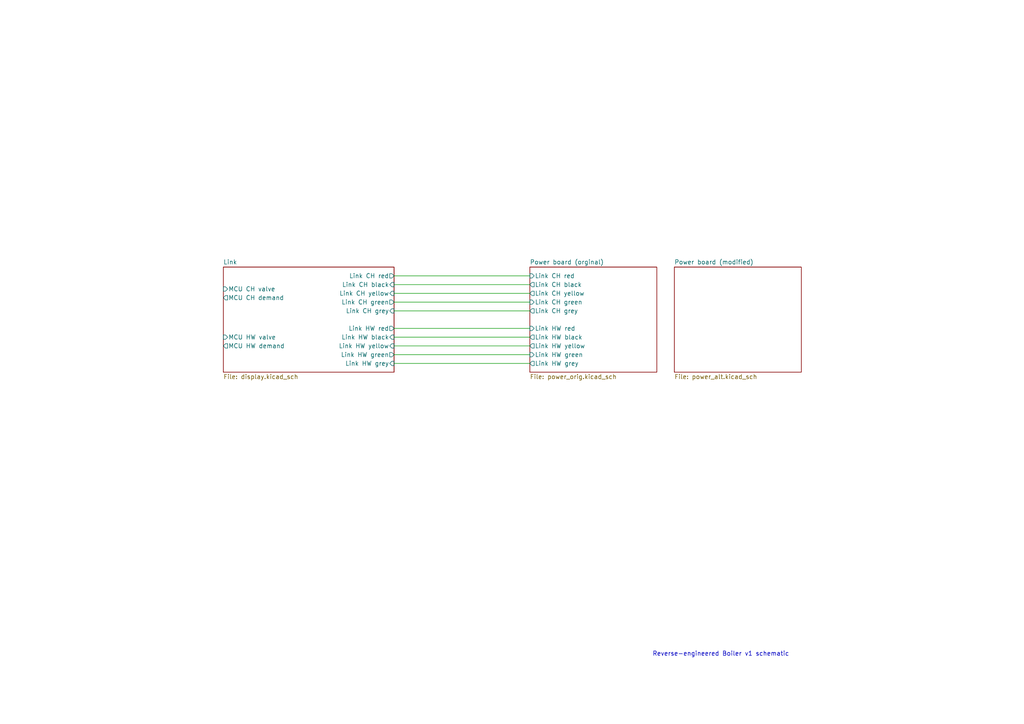
<source format=kicad_sch>
(kicad_sch (version 20211123) (generator eeschema)
  (paper "A4")
  (lib_symbols)
  (wire (pts (xy 114.3 87.63) (xy 153.67 87.63)))
  (wire (pts (xy 114.3 95.25) (xy 153.67 95.25)))
  (wire (pts (xy 114.3 100.33) (xy 153.67 100.33)))
  (wire (pts (xy 114.3 80.01) (xy 153.67 80.01)))
  (wire (pts (xy 114.3 102.87) (xy 153.67 102.87)))
  (wire (pts (xy 114.3 82.55) (xy 153.67 82.55)))
  (wire (pts (xy 114.3 105.41) (xy 153.67 105.41)))
  (wire (pts (xy 114.3 90.17) (xy 153.67 90.17)))
  (wire (pts (xy 114.3 85.09) (xy 153.67 85.09)))
  (wire (pts (xy 114.3 97.79) (xy 153.67 97.79)))
  (text "Reverse-engineered Boiler v1 schematic\n" (at 189.23 190.5 0) (effects (font (size 1.27 1.27)) (justify left bottom)))
  (sheet (at 195.58 77.47) (size 36.83 30.48) (stroke (width 0.1524))
    (property "Sheet name" "Power board (modified)" (at 195.58 76.7584 0) (effects (justify left bottom)))
    (property "Sheet file" "power_alt.kicad_sch" (at 195.58 108.5346 0) (effects (justify left top)))
  )
  (sheet (at 153.67 77.47) (size 36.83 30.48) (stroke (width 0.1524))
    (property "Sheet name" "Power board (orginal)" (at 153.67 76.7584 0) (effects (justify left bottom)))
    (property "Sheet file" "power_orig.kicad_sch" (at 153.67 108.5346 0) (effects (justify left top)))
    (pin "Link CH green" input (at 153.67 87.63 180))
    (pin "Link CH yellow" output (at 153.67 85.09 180))
    (pin "Link CH grey" output (at 153.67 90.17 180))
    (pin "Link HW grey" output (at 153.67 105.41 180))
    (pin "Link HW yellow" output (at 153.67 100.33 180))
    (pin "Link HW green" input (at 153.67 102.87 180))
    (pin "Link CH red" input (at 153.67 80.01 180))
    (pin "Link CH black" output (at 153.67 82.55 180))
    (pin "Link HW red" input (at 153.67 95.25 180))
    (pin "Link HW black" output (at 153.67 97.79 180))
  )
  (sheet (at 64.77 77.47) (size 49.53 30.48) (stroke (width 0.1524))
    (property "Sheet name" "Link" (at 64.77 76.7584 0) (effects (justify left bottom)))
    (property "Sheet file" "display.kicad_sch" (at 64.77 108.5346 0) (effects (justify left top)))
    (pin "Link CH yellow" input (at 114.3 85.09 0))
    (pin "Link HW yellow" input (at 114.3 100.33 0))
    (pin "Link HW green" output (at 114.3 102.87 0))
    (pin "Link HW grey" input (at 114.3 105.41 0))
    (pin "Link CH grey" input (at 114.3 90.17 0))
    (pin "Link CH green" output (at 114.3 87.63 0))
    (pin "Link CH red" output (at 114.3 80.01 0))
    (pin "MCU CH demand" output (at 64.77 86.36 180))
    (pin "MCU HW valve" input (at 64.77 97.79 180))
    (pin "MCU CH valve" input (at 64.77 83.82 180))
    (pin "MCU HW demand" output (at 64.77 100.33 180))
    (pin "Link CH black" input (at 114.3 82.55 0))
    (pin "Link HW red" output (at 114.3 95.25 0))
    (pin "Link HW black" input (at 114.3 97.79 0))
  )
)
</source>
